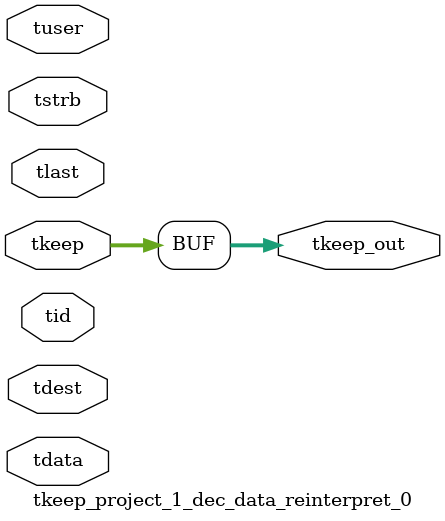
<source format=v>


`timescale 1ps/1ps

module tkeep_project_1_dec_data_reinterpret_0 #
(
parameter C_S_AXIS_TDATA_WIDTH = 32,
parameter C_S_AXIS_TUSER_WIDTH = 0,
parameter C_S_AXIS_TID_WIDTH   = 0,
parameter C_S_AXIS_TDEST_WIDTH = 0,
parameter C_M_AXIS_TDATA_WIDTH = 32
)
(
input  [(C_S_AXIS_TDATA_WIDTH == 0 ? 1 : C_S_AXIS_TDATA_WIDTH)-1:0     ] tdata,
input  [(C_S_AXIS_TUSER_WIDTH == 0 ? 1 : C_S_AXIS_TUSER_WIDTH)-1:0     ] tuser,
input  [(C_S_AXIS_TID_WIDTH   == 0 ? 1 : C_S_AXIS_TID_WIDTH)-1:0       ] tid,
input  [(C_S_AXIS_TDEST_WIDTH == 0 ? 1 : C_S_AXIS_TDEST_WIDTH)-1:0     ] tdest,
input  [(C_S_AXIS_TDATA_WIDTH/8)-1:0 ] tkeep,
input  [(C_S_AXIS_TDATA_WIDTH/8)-1:0 ] tstrb,
input                                                                    tlast,
output [(C_M_AXIS_TDATA_WIDTH/8)-1:0 ] tkeep_out
);

assign tkeep_out = {tkeep[15:0]};

endmodule


</source>
